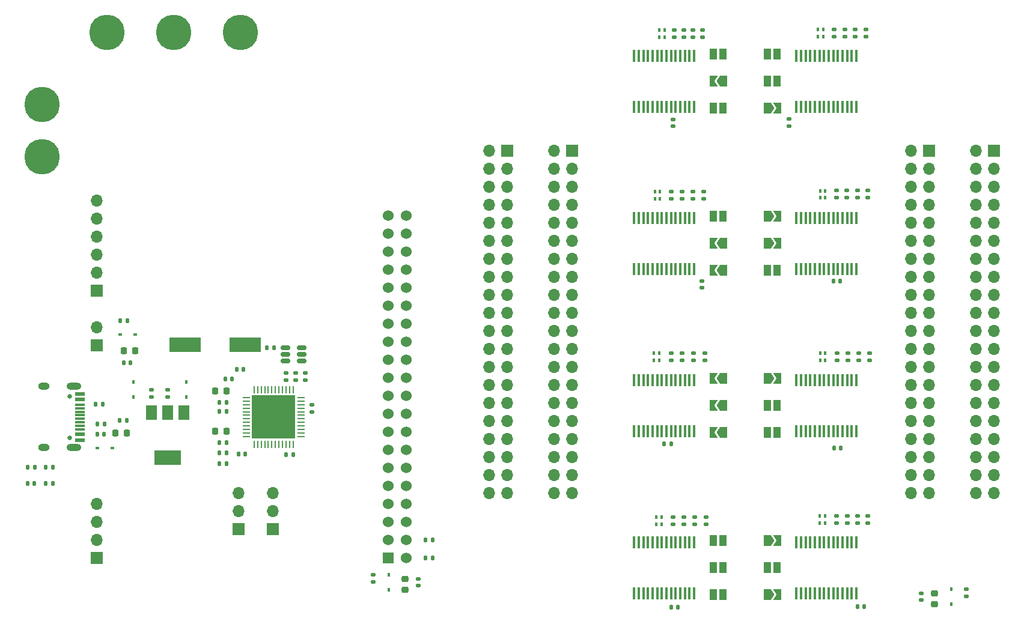
<source format=gts>
G04 #@! TF.GenerationSoftware,KiCad,Pcbnew,(6.0.7)*
G04 #@! TF.CreationDate,2023-05-24T13:20:34-04:00*
G04 #@! TF.ProjectId,ECELab_v1,4543454c-6162-45f7-9631-2e6b69636164,rev?*
G04 #@! TF.SameCoordinates,Original*
G04 #@! TF.FileFunction,Soldermask,Top*
G04 #@! TF.FilePolarity,Negative*
%FSLAX46Y46*%
G04 Gerber Fmt 4.6, Leading zero omitted, Abs format (unit mm)*
G04 Created by KiCad (PCBNEW (6.0.7)) date 2023-05-24 13:20:34*
%MOMM*%
%LPD*%
G01*
G04 APERTURE LIST*
G04 Aperture macros list*
%AMRoundRect*
0 Rectangle with rounded corners*
0 $1 Rounding radius*
0 $2 $3 $4 $5 $6 $7 $8 $9 X,Y pos of 4 corners*
0 Add a 4 corners polygon primitive as box body*
4,1,4,$2,$3,$4,$5,$6,$7,$8,$9,$2,$3,0*
0 Add four circle primitives for the rounded corners*
1,1,$1+$1,$2,$3*
1,1,$1+$1,$4,$5*
1,1,$1+$1,$6,$7*
1,1,$1+$1,$8,$9*
0 Add four rect primitives between the rounded corners*
20,1,$1+$1,$2,$3,$4,$5,0*
20,1,$1+$1,$4,$5,$6,$7,0*
20,1,$1+$1,$6,$7,$8,$9,0*
20,1,$1+$1,$8,$9,$2,$3,0*%
%AMFreePoly0*
4,1,6,1.000000,0.000000,0.500000,-0.750000,-0.500000,-0.750000,-0.500000,0.750000,0.500000,0.750000,1.000000,0.000000,1.000000,0.000000,$1*%
%AMFreePoly1*
4,1,6,0.500000,-0.750000,-0.650000,-0.750000,-0.150000,0.000000,-0.650000,0.750000,0.500000,0.750000,0.500000,-0.750000,0.500000,-0.750000,$1*%
G04 Aperture macros list end*
%ADD10R,1.000000X1.500000*%
%ADD11C,5.000000*%
%ADD12RoundRect,0.140000X-0.170000X0.140000X-0.170000X-0.140000X0.170000X-0.140000X0.170000X0.140000X0*%
%ADD13RoundRect,0.140000X0.170000X-0.140000X0.170000X0.140000X-0.170000X0.140000X-0.170000X-0.140000X0*%
%ADD14R,0.600000X0.450000*%
%ADD15RoundRect,0.135000X0.185000X-0.135000X0.185000X0.135000X-0.185000X0.135000X-0.185000X-0.135000X0*%
%ADD16RoundRect,0.140000X-0.140000X-0.170000X0.140000X-0.170000X0.140000X0.170000X-0.140000X0.170000X0*%
%ADD17R,0.400000X0.500000*%
%ADD18RoundRect,0.140000X0.140000X0.170000X-0.140000X0.170000X-0.140000X-0.170000X0.140000X-0.170000X0*%
%ADD19RoundRect,0.135000X-0.135000X-0.185000X0.135000X-0.185000X0.135000X0.185000X-0.135000X0.185000X0*%
%ADD20RoundRect,0.218750X0.256250X-0.218750X0.256250X0.218750X-0.256250X0.218750X-0.256250X-0.218750X0*%
%ADD21R,0.450000X1.750000*%
%ADD22FreePoly0,0.000000*%
%ADD23FreePoly1,0.000000*%
%ADD24R,1.700000X1.700000*%
%ADD25O,1.700000X1.700000*%
%ADD26RoundRect,0.135000X0.135000X0.185000X-0.135000X0.185000X-0.135000X-0.185000X0.135000X-0.185000X0*%
%ADD27RoundRect,0.218750X-0.218750X-0.256250X0.218750X-0.256250X0.218750X0.256250X-0.218750X0.256250X0*%
%ADD28RoundRect,0.135000X-0.185000X0.135000X-0.185000X-0.135000X0.185000X-0.135000X0.185000X0.135000X0*%
%ADD29FreePoly0,180.000000*%
%ADD30FreePoly1,180.000000*%
%ADD31R,1.524000X1.524000*%
%ADD32C,1.524000*%
%ADD33RoundRect,0.147500X-0.147500X-0.172500X0.147500X-0.172500X0.147500X0.172500X-0.147500X0.172500X0*%
%ADD34R,1.500000X2.000000*%
%ADD35R,3.800000X2.000000*%
%ADD36C,0.650000*%
%ADD37R,1.450000X0.600000*%
%ADD38R,1.450000X0.300000*%
%ADD39O,1.600000X1.000000*%
%ADD40O,2.100000X1.000000*%
%ADD41R,0.450000X0.600000*%
%ADD42RoundRect,0.062500X-0.412500X-0.062500X0.412500X-0.062500X0.412500X0.062500X-0.412500X0.062500X0*%
%ADD43RoundRect,0.062500X-0.062500X-0.412500X0.062500X-0.412500X0.062500X0.412500X-0.062500X0.412500X0*%
%ADD44R,6.200000X6.200000*%
%ADD45R,4.500000X2.000000*%
%ADD46RoundRect,0.150000X-0.512500X-0.150000X0.512500X-0.150000X0.512500X0.150000X-0.512500X0.150000X0*%
%ADD47RoundRect,0.218750X0.218750X0.256250X-0.218750X0.256250X-0.218750X-0.256250X0.218750X-0.256250X0*%
G04 APERTURE END LIST*
D10*
X203850000Y-77470000D03*
X202550000Y-77470000D03*
D11*
X107950000Y-84328000D03*
D12*
X143637000Y-114810600D03*
X143637000Y-115770600D03*
D13*
X125628400Y-118158200D03*
X125628400Y-117198200D03*
D12*
X154609800Y-143258700D03*
X154609800Y-144218700D03*
D14*
X121065000Y-109397800D03*
X118965000Y-109397800D03*
D15*
X224000000Y-67360000D03*
X224000000Y-66340000D03*
D16*
X118976200Y-107442000D03*
X119936200Y-107442000D03*
D10*
X203850000Y-92710000D03*
X202550000Y-92710000D03*
D17*
X217531200Y-135932800D03*
X218231200Y-135932800D03*
X218231200Y-134932800D03*
X217531200Y-134932800D03*
D18*
X136344600Y-114274600D03*
X135384600Y-114274600D03*
X119860000Y-121513600D03*
X118900000Y-121513600D03*
D10*
X210170000Y-123190000D03*
X211470000Y-123190000D03*
D19*
X132916200Y-126034800D03*
X133936200Y-126034800D03*
D20*
X233654600Y-147421700D03*
X233654600Y-145846700D03*
D16*
X133733600Y-115646200D03*
X134693600Y-115646200D03*
D21*
X191355000Y-77260000D03*
X192005000Y-77260000D03*
X192655000Y-77260000D03*
X193305000Y-77260000D03*
X193955000Y-77260000D03*
X194605000Y-77260000D03*
X195255000Y-77260000D03*
X195905000Y-77260000D03*
X196555000Y-77260000D03*
X197205000Y-77260000D03*
X197855000Y-77260000D03*
X198505000Y-77260000D03*
X199155000Y-77260000D03*
X199805000Y-77260000D03*
X199805000Y-70060000D03*
X199155000Y-70060000D03*
X198505000Y-70060000D03*
X197855000Y-70060000D03*
X197205000Y-70060000D03*
X196555000Y-70060000D03*
X195905000Y-70060000D03*
X195255000Y-70060000D03*
X194605000Y-70060000D03*
X193955000Y-70060000D03*
X193305000Y-70060000D03*
X192655000Y-70060000D03*
X192005000Y-70060000D03*
X191355000Y-70060000D03*
D15*
X221462600Y-113032000D03*
X221462600Y-112012000D03*
X199923400Y-136120600D03*
X199923400Y-135100600D03*
D22*
X210095000Y-115570000D03*
D23*
X211545000Y-115570000D03*
D24*
X140475000Y-136815000D03*
D25*
X140475000Y-134275000D03*
X140475000Y-131735000D03*
D10*
X210170000Y-119380000D03*
X211470000Y-119380000D03*
D24*
X242037000Y-83477000D03*
D25*
X239497000Y-83477000D03*
X242037000Y-86017000D03*
X239497000Y-86017000D03*
X242037000Y-88557000D03*
X239497000Y-88557000D03*
X242037000Y-91097000D03*
X239497000Y-91097000D03*
X242037000Y-93637000D03*
X239497000Y-93637000D03*
X242037000Y-96177000D03*
X239497000Y-96177000D03*
X242037000Y-98717000D03*
X239497000Y-98717000D03*
X242037000Y-101257000D03*
X239497000Y-101257000D03*
X242037000Y-103797000D03*
X239497000Y-103797000D03*
X242037000Y-106337000D03*
X239497000Y-106337000D03*
X242037000Y-108877000D03*
X239497000Y-108877000D03*
X242037000Y-111417000D03*
X239497000Y-111417000D03*
X242037000Y-113957000D03*
X239497000Y-113957000D03*
X242037000Y-116497000D03*
X239497000Y-116497000D03*
X242037000Y-119037000D03*
X239497000Y-119037000D03*
X242037000Y-121577000D03*
X239497000Y-121577000D03*
X242037000Y-124117000D03*
X239497000Y-124117000D03*
X242037000Y-126657000D03*
X239497000Y-126657000D03*
X242037000Y-129197000D03*
X239497000Y-129197000D03*
X242037000Y-131737000D03*
X239497000Y-131737000D03*
D24*
X232893000Y-83477000D03*
D25*
X230353000Y-83477000D03*
X232893000Y-86017000D03*
X230353000Y-86017000D03*
X232893000Y-88557000D03*
X230353000Y-88557000D03*
X232893000Y-91097000D03*
X230353000Y-91097000D03*
X232893000Y-93637000D03*
X230353000Y-93637000D03*
X232893000Y-96177000D03*
X230353000Y-96177000D03*
X232893000Y-98717000D03*
X230353000Y-98717000D03*
X232893000Y-101257000D03*
X230353000Y-101257000D03*
X232893000Y-103797000D03*
X230353000Y-103797000D03*
X232893000Y-106337000D03*
X230353000Y-106337000D03*
X232893000Y-108877000D03*
X230353000Y-108877000D03*
X232893000Y-111417000D03*
X230353000Y-111417000D03*
X232893000Y-113957000D03*
X230353000Y-113957000D03*
X232893000Y-116497000D03*
X230353000Y-116497000D03*
X232893000Y-119037000D03*
X230353000Y-119037000D03*
X232893000Y-121577000D03*
X230353000Y-121577000D03*
X232893000Y-124117000D03*
X230353000Y-124117000D03*
X232893000Y-126657000D03*
X230353000Y-126657000D03*
X232893000Y-129197000D03*
X230353000Y-129197000D03*
X232893000Y-131737000D03*
X230353000Y-131737000D03*
D24*
X182601000Y-83477000D03*
D25*
X180061000Y-83477000D03*
X182601000Y-86017000D03*
X180061000Y-86017000D03*
X182601000Y-88557000D03*
X180061000Y-88557000D03*
X182601000Y-91097000D03*
X180061000Y-91097000D03*
X182601000Y-93637000D03*
X180061000Y-93637000D03*
X182601000Y-96177000D03*
X180061000Y-96177000D03*
X182601000Y-98717000D03*
X180061000Y-98717000D03*
X182601000Y-101257000D03*
X180061000Y-101257000D03*
X182601000Y-103797000D03*
X180061000Y-103797000D03*
X182601000Y-106337000D03*
X180061000Y-106337000D03*
X182601000Y-108877000D03*
X180061000Y-108877000D03*
X182601000Y-111417000D03*
X180061000Y-111417000D03*
X182601000Y-113957000D03*
X180061000Y-113957000D03*
X182601000Y-116497000D03*
X180061000Y-116497000D03*
X182601000Y-119037000D03*
X180061000Y-119037000D03*
X182601000Y-121577000D03*
X180061000Y-121577000D03*
X182601000Y-124117000D03*
X180061000Y-124117000D03*
X182601000Y-126657000D03*
X180061000Y-126657000D03*
X182601000Y-129197000D03*
X180061000Y-129197000D03*
X182601000Y-131737000D03*
X180061000Y-131737000D03*
D24*
X173457000Y-83477000D03*
D25*
X170917000Y-83477000D03*
X173457000Y-86017000D03*
X170917000Y-86017000D03*
X173457000Y-88557000D03*
X170917000Y-88557000D03*
X173457000Y-91097000D03*
X170917000Y-91097000D03*
X173457000Y-93637000D03*
X170917000Y-93637000D03*
X173457000Y-96177000D03*
X170917000Y-96177000D03*
X173457000Y-98717000D03*
X170917000Y-98717000D03*
X173457000Y-101257000D03*
X170917000Y-101257000D03*
X173457000Y-103797000D03*
X170917000Y-103797000D03*
X173457000Y-106337000D03*
X170917000Y-106337000D03*
X173457000Y-108877000D03*
X170917000Y-108877000D03*
X173457000Y-111417000D03*
X170917000Y-111417000D03*
X173457000Y-113957000D03*
X170917000Y-113957000D03*
X173457000Y-116497000D03*
X170917000Y-116497000D03*
X173457000Y-119037000D03*
X170917000Y-119037000D03*
X173457000Y-121577000D03*
X170917000Y-121577000D03*
X173457000Y-124117000D03*
X170917000Y-124117000D03*
X173457000Y-126657000D03*
X170917000Y-126657000D03*
X173457000Y-129197000D03*
X170917000Y-129197000D03*
X173457000Y-131737000D03*
X170917000Y-131737000D03*
D11*
X135864600Y-66751200D03*
D10*
X210170000Y-69850000D03*
X211470000Y-69850000D03*
D26*
X116715000Y-122021600D03*
X115695000Y-122021600D03*
D17*
X194925000Y-67475000D03*
X195625000Y-67475000D03*
X195625000Y-66475000D03*
X194925000Y-66475000D03*
D27*
X118287700Y-123215400D03*
X119862700Y-123215400D03*
D21*
X191355000Y-122980000D03*
X192005000Y-122980000D03*
X192655000Y-122980000D03*
X193305000Y-122980000D03*
X193955000Y-122980000D03*
X194605000Y-122980000D03*
X195255000Y-122980000D03*
X195905000Y-122980000D03*
X196555000Y-122980000D03*
X197205000Y-122980000D03*
X197855000Y-122980000D03*
X198505000Y-122980000D03*
X199155000Y-122980000D03*
X199805000Y-122980000D03*
X199805000Y-115780000D03*
X199155000Y-115780000D03*
X198505000Y-115780000D03*
X197855000Y-115780000D03*
X197205000Y-115780000D03*
X196555000Y-115780000D03*
X195905000Y-115780000D03*
X195255000Y-115780000D03*
X194605000Y-115780000D03*
X193955000Y-115780000D03*
X193305000Y-115780000D03*
X192655000Y-115780000D03*
X192005000Y-115780000D03*
X191355000Y-115780000D03*
D15*
X221361000Y-135942800D03*
X221361000Y-134922800D03*
X222961200Y-113032000D03*
X222961200Y-112012000D03*
D24*
X115671600Y-110891400D03*
D25*
X115671600Y-108351400D03*
D22*
X210095000Y-92710000D03*
D23*
X211545000Y-92710000D03*
D28*
X196550800Y-111978600D03*
X196550800Y-112998600D03*
D22*
X210095000Y-96520000D03*
D23*
X211545000Y-96520000D03*
D18*
X133908200Y-124637800D03*
X132948200Y-124637800D03*
D16*
X135620000Y-126250000D03*
X136580000Y-126250000D03*
D15*
X198125600Y-112998600D03*
X198125600Y-111978600D03*
D10*
X210170000Y-73660000D03*
X211470000Y-73660000D03*
D29*
X203925000Y-115570000D03*
D30*
X202475000Y-115570000D03*
D21*
X214215000Y-145840000D03*
X214865000Y-145840000D03*
X215515000Y-145840000D03*
X216165000Y-145840000D03*
X216815000Y-145840000D03*
X217465000Y-145840000D03*
X218115000Y-145840000D03*
X218765000Y-145840000D03*
X219415000Y-145840000D03*
X220065000Y-145840000D03*
X220715000Y-145840000D03*
X221365000Y-145840000D03*
X222015000Y-145840000D03*
X222665000Y-145840000D03*
X222665000Y-138640000D03*
X222015000Y-138640000D03*
X221365000Y-138640000D03*
X220715000Y-138640000D03*
X220065000Y-138640000D03*
X219415000Y-138640000D03*
X218765000Y-138640000D03*
X218115000Y-138640000D03*
X217465000Y-138640000D03*
X216815000Y-138640000D03*
X216165000Y-138640000D03*
X215515000Y-138640000D03*
X214865000Y-138640000D03*
X214215000Y-138640000D03*
D17*
X217582000Y-113022000D03*
X218282000Y-113022000D03*
X218282000Y-112022000D03*
X217582000Y-112022000D03*
D15*
X201472800Y-136120600D03*
X201472800Y-135100600D03*
D11*
X117119400Y-66751200D03*
D28*
X219938600Y-112012000D03*
X219938600Y-113032000D03*
D10*
X210170000Y-142240000D03*
X211470000Y-142240000D03*
D16*
X161978400Y-138303000D03*
X162938400Y-138303000D03*
D17*
X217275000Y-67350000D03*
X217975000Y-67350000D03*
X217975000Y-66350000D03*
X217275000Y-66350000D03*
D31*
X156732400Y-140860800D03*
D32*
X159272400Y-140860800D03*
X156732400Y-138320800D03*
X159272400Y-138320800D03*
X156732400Y-135780800D03*
X159272400Y-135780800D03*
X156732400Y-133240800D03*
X159272400Y-133240800D03*
X156732400Y-130700800D03*
X159272400Y-130700800D03*
X156732400Y-128160800D03*
X159272400Y-128160800D03*
X156732400Y-125620800D03*
X159272400Y-125620800D03*
X156732400Y-123080800D03*
X159272400Y-123080800D03*
X156732400Y-120540800D03*
X159272400Y-120540800D03*
X156732400Y-118000800D03*
X159272400Y-118000800D03*
X156732400Y-115460800D03*
X159272400Y-115460800D03*
X156732400Y-112920800D03*
X159272400Y-112920800D03*
X156732400Y-110380800D03*
X159272400Y-110380800D03*
X156732400Y-107840800D03*
X159272400Y-107840800D03*
X156732400Y-105300800D03*
X159272400Y-105300800D03*
X156732400Y-102760800D03*
X159272400Y-102760800D03*
X156732400Y-100220800D03*
X159272400Y-100220800D03*
X156732400Y-97680800D03*
X159272400Y-97680800D03*
X156732400Y-95140800D03*
X159272400Y-95140800D03*
X156732400Y-92600800D03*
X159272400Y-92600800D03*
D33*
X105913200Y-128092200D03*
X106883200Y-128092200D03*
D34*
X127928400Y-120421000D03*
X125628400Y-120421000D03*
D35*
X125628400Y-126721000D03*
D34*
X123328400Y-120421000D03*
D15*
X198350000Y-67485000D03*
X198350000Y-66465000D03*
D10*
X203850000Y-138430000D03*
X202550000Y-138430000D03*
D27*
X132335900Y-117322600D03*
X133910900Y-117322600D03*
D12*
X200925000Y-101845000D03*
X200925000Y-102805000D03*
D14*
X117839200Y-125349000D03*
X115739200Y-125349000D03*
D16*
X119458800Y-113360200D03*
X120418800Y-113360200D03*
D28*
X219550000Y-66340000D03*
X219550000Y-67360000D03*
X145973800Y-119251000D03*
X145973800Y-120271000D03*
D12*
X231800400Y-145849400D03*
X231800400Y-146809400D03*
D22*
X210095000Y-77470000D03*
D23*
X211545000Y-77470000D03*
D19*
X132890800Y-127609600D03*
X133910800Y-127609600D03*
D18*
X197505000Y-147775000D03*
X196545000Y-147775000D03*
D36*
X111869600Y-123895600D03*
X111869600Y-118115600D03*
D37*
X113314600Y-117755600D03*
X113314600Y-118555600D03*
D38*
X113314600Y-119755600D03*
X113314600Y-120755600D03*
X113314600Y-121255600D03*
X113314600Y-122255600D03*
D37*
X113314600Y-123455600D03*
X113314600Y-124255600D03*
X113314600Y-124255600D03*
X113314600Y-123455600D03*
D38*
X113314600Y-122755600D03*
X113314600Y-121755600D03*
X113314600Y-120255600D03*
X113314600Y-119255600D03*
D37*
X113314600Y-118555600D03*
X113314600Y-117755600D03*
D39*
X108219600Y-125325600D03*
X108219600Y-116685600D03*
D40*
X112399600Y-116685600D03*
X112399600Y-125325600D03*
D15*
X201300600Y-112998600D03*
X201300600Y-111978600D03*
D10*
X203850000Y-69850000D03*
X202550000Y-69850000D03*
D21*
X214215000Y-100120000D03*
X214865000Y-100120000D03*
X215515000Y-100120000D03*
X216165000Y-100120000D03*
X216815000Y-100120000D03*
X217465000Y-100120000D03*
X218115000Y-100120000D03*
X218765000Y-100120000D03*
X219415000Y-100120000D03*
X220065000Y-100120000D03*
X220715000Y-100120000D03*
X221365000Y-100120000D03*
X222015000Y-100120000D03*
X222665000Y-100120000D03*
X222665000Y-92920000D03*
X222015000Y-92920000D03*
X221365000Y-92920000D03*
X220715000Y-92920000D03*
X220065000Y-92920000D03*
X219415000Y-92920000D03*
X218765000Y-92920000D03*
X218115000Y-92920000D03*
X217465000Y-92920000D03*
X216815000Y-92920000D03*
X216165000Y-92920000D03*
X215515000Y-92920000D03*
X214865000Y-92920000D03*
X214215000Y-92920000D03*
D41*
X156750800Y-145377000D03*
X156750800Y-143277000D03*
D16*
X161978400Y-140843000D03*
X162938400Y-140843000D03*
D42*
X136688600Y-118255600D03*
X136688600Y-118755600D03*
X136688600Y-119255600D03*
X136688600Y-119755600D03*
X136688600Y-120255600D03*
X136688600Y-120755600D03*
X136688600Y-121255600D03*
X136688600Y-121755600D03*
X136688600Y-122255600D03*
X136688600Y-122755600D03*
X136688600Y-123255600D03*
X136688600Y-123755600D03*
D43*
X137813600Y-124880600D03*
X138313600Y-124880600D03*
X138813600Y-124880600D03*
X139313600Y-124880600D03*
X139813600Y-124880600D03*
X140313600Y-124880600D03*
X140813600Y-124880600D03*
X141313600Y-124880600D03*
X141813600Y-124880600D03*
X142313600Y-124880600D03*
X142813600Y-124880600D03*
X143313600Y-124880600D03*
D42*
X144438600Y-123755600D03*
X144438600Y-123255600D03*
X144438600Y-122755600D03*
X144438600Y-122255600D03*
X144438600Y-121755600D03*
X144438600Y-121255600D03*
X144438600Y-120755600D03*
X144438600Y-120255600D03*
X144438600Y-119755600D03*
X144438600Y-119255600D03*
X144438600Y-118755600D03*
X144438600Y-118255600D03*
D43*
X143313600Y-117130600D03*
X142813600Y-117130600D03*
X142313600Y-117130600D03*
X141813600Y-117130600D03*
X141313600Y-117130600D03*
X140813600Y-117130600D03*
X140313600Y-117130600D03*
X139813600Y-117130600D03*
X139313600Y-117130600D03*
X138813600Y-117130600D03*
X138313600Y-117130600D03*
X137813600Y-117130600D03*
D44*
X140563600Y-121005600D03*
D18*
X133908200Y-118897400D03*
X132948200Y-118897400D03*
D21*
X191355000Y-145840000D03*
X192005000Y-145840000D03*
X192655000Y-145840000D03*
X193305000Y-145840000D03*
X193955000Y-145840000D03*
X194605000Y-145840000D03*
X195255000Y-145840000D03*
X195905000Y-145840000D03*
X196555000Y-145840000D03*
X197205000Y-145840000D03*
X197855000Y-145840000D03*
X198505000Y-145840000D03*
X199155000Y-145840000D03*
X199805000Y-145840000D03*
X199805000Y-138640000D03*
X199155000Y-138640000D03*
X198505000Y-138640000D03*
X197855000Y-138640000D03*
X197205000Y-138640000D03*
X196555000Y-138640000D03*
X195905000Y-138640000D03*
X195255000Y-138640000D03*
X194605000Y-138640000D03*
X193955000Y-138640000D03*
X193305000Y-138640000D03*
X192655000Y-138640000D03*
X192005000Y-138640000D03*
X191355000Y-138640000D03*
D45*
X136550000Y-110800000D03*
X128050000Y-110800000D03*
D22*
X210095000Y-146050000D03*
D23*
X211545000Y-146050000D03*
D22*
X210095000Y-138430000D03*
D23*
X211545000Y-138430000D03*
D11*
X126517400Y-66751200D03*
D13*
X142316200Y-115770600D03*
X142316200Y-114810600D03*
D15*
X224307400Y-135942800D03*
X224307400Y-134922800D03*
X222808800Y-135942800D03*
X222808800Y-134922800D03*
D24*
X115627000Y-140909200D03*
D25*
X115627000Y-138369200D03*
X115627000Y-135829200D03*
X115627000Y-133289200D03*
D15*
X199650000Y-90260000D03*
X199650000Y-89240000D03*
D13*
X213200000Y-79955000D03*
X213200000Y-78995000D03*
D29*
X203925000Y-119380000D03*
D30*
X202475000Y-119380000D03*
D21*
X191355000Y-100120000D03*
X192005000Y-100120000D03*
X192655000Y-100120000D03*
X193305000Y-100120000D03*
X193955000Y-100120000D03*
X194605000Y-100120000D03*
X195255000Y-100120000D03*
X195905000Y-100120000D03*
X196555000Y-100120000D03*
X197205000Y-100120000D03*
X197855000Y-100120000D03*
X198505000Y-100120000D03*
X199155000Y-100120000D03*
X199805000Y-100120000D03*
X199805000Y-92920000D03*
X199155000Y-92920000D03*
X198505000Y-92920000D03*
X197855000Y-92920000D03*
X197205000Y-92920000D03*
X196555000Y-92920000D03*
X195905000Y-92920000D03*
X195255000Y-92920000D03*
X194605000Y-92920000D03*
X193955000Y-92920000D03*
X193305000Y-92920000D03*
X192655000Y-92920000D03*
X192005000Y-92920000D03*
X191355000Y-92920000D03*
D41*
X128219200Y-116069400D03*
X128219200Y-118169400D03*
D13*
X123342400Y-118158200D03*
X123342400Y-117198200D03*
D18*
X143304200Y-126288800D03*
X142344200Y-126288800D03*
D29*
X203925000Y-123190000D03*
D30*
X202475000Y-123190000D03*
D15*
X198399400Y-136120600D03*
X198399400Y-135100600D03*
D46*
X142212500Y-111225000D03*
X142212500Y-112175000D03*
X142212500Y-113125000D03*
X144487500Y-113125000D03*
X144487500Y-112175000D03*
X144487500Y-111225000D03*
D21*
X214215000Y-122980000D03*
X214865000Y-122980000D03*
X215515000Y-122980000D03*
X216165000Y-122980000D03*
X216815000Y-122980000D03*
X217465000Y-122980000D03*
X218115000Y-122980000D03*
X218765000Y-122980000D03*
X219415000Y-122980000D03*
X220065000Y-122980000D03*
X220715000Y-122980000D03*
X221365000Y-122980000D03*
X222015000Y-122980000D03*
X222665000Y-122980000D03*
X222665000Y-115780000D03*
X222015000Y-115780000D03*
X221365000Y-115780000D03*
X220715000Y-115780000D03*
X220065000Y-115780000D03*
X219415000Y-115780000D03*
X218765000Y-115780000D03*
X218115000Y-115780000D03*
X217465000Y-115780000D03*
X216815000Y-115780000D03*
X216165000Y-115780000D03*
X215515000Y-115780000D03*
X214865000Y-115780000D03*
X214215000Y-115780000D03*
D12*
X144983200Y-114810600D03*
X144983200Y-115770600D03*
X238125000Y-145290600D03*
X238125000Y-146250600D03*
D15*
X201175000Y-90260000D03*
X201175000Y-89240000D03*
D47*
X121056500Y-111683800D03*
X119481500Y-111683800D03*
D15*
X221025000Y-67360000D03*
X221025000Y-66340000D03*
D18*
X220380000Y-101850000D03*
X219420000Y-101850000D03*
D16*
X115725000Y-123444000D03*
X116685000Y-123444000D03*
D20*
X159080200Y-145389800D03*
X159080200Y-143814800D03*
D27*
X132333900Y-122961400D03*
X133908900Y-122961400D03*
D26*
X133938200Y-120243600D03*
X132918200Y-120243600D03*
D15*
X221350000Y-90110000D03*
X221350000Y-89090000D03*
X198100000Y-90260000D03*
X198100000Y-89240000D03*
X224300000Y-90110000D03*
X224300000Y-89090000D03*
D17*
X194168800Y-112988600D03*
X194868800Y-112988600D03*
X194868800Y-111988600D03*
X194168800Y-111988600D03*
D26*
X109466500Y-130352800D03*
X108446500Y-130352800D03*
D18*
X223780000Y-147725000D03*
X222820000Y-147725000D03*
D10*
X210170000Y-100330000D03*
X211470000Y-100330000D03*
D16*
X195595000Y-124775000D03*
X196555000Y-124775000D03*
D24*
X135636000Y-136840000D03*
D25*
X135636000Y-134300000D03*
X135636000Y-131760000D03*
D26*
X109476000Y-128092200D03*
X108456000Y-128092200D03*
D29*
X203925000Y-73660000D03*
D30*
X202475000Y-73660000D03*
D24*
X115677800Y-103174800D03*
D25*
X115677800Y-100634800D03*
X115677800Y-98094800D03*
X115677800Y-95554800D03*
X115677800Y-93014800D03*
X115677800Y-90474800D03*
D15*
X200975000Y-67485000D03*
X200975000Y-66465000D03*
D41*
X236016800Y-147404800D03*
X236016800Y-145304800D03*
D28*
X219862400Y-134922800D03*
X219862400Y-135942800D03*
D17*
X194300000Y-90250000D03*
X195000000Y-90250000D03*
X195000000Y-89250000D03*
X194300000Y-89250000D03*
D41*
X120827800Y-118169400D03*
X120827800Y-116069400D03*
D28*
X197050000Y-66465000D03*
X197050000Y-67485000D03*
D15*
X199675000Y-67485000D03*
X199675000Y-66465000D03*
D17*
X194493400Y-136110600D03*
X195193400Y-136110600D03*
X195193400Y-135110600D03*
X194493400Y-135110600D03*
D28*
X196625000Y-89240000D03*
X196625000Y-90260000D03*
D15*
X222500000Y-67360000D03*
X222500000Y-66340000D03*
D28*
X196850000Y-135100600D03*
X196850000Y-136120600D03*
D13*
X196825000Y-80005000D03*
X196825000Y-79045000D03*
D29*
X203925000Y-100330000D03*
D30*
X202475000Y-100330000D03*
D10*
X203850000Y-146050000D03*
X202550000Y-146050000D03*
D15*
X224485200Y-113032000D03*
X224485200Y-112012000D03*
D19*
X115491800Y-119151400D03*
X116511800Y-119151400D03*
D15*
X222825000Y-90110000D03*
X222825000Y-89090000D03*
D26*
X140660000Y-111225000D03*
X139640000Y-111225000D03*
D33*
X105906100Y-130352800D03*
X106876100Y-130352800D03*
D11*
X107950000Y-76962000D03*
D17*
X217575000Y-90100000D03*
X218275000Y-90100000D03*
X218275000Y-89100000D03*
X217575000Y-89100000D03*
D28*
X219900000Y-89090000D03*
X219900000Y-90110000D03*
D15*
X199700400Y-112998600D03*
X199700400Y-111978600D03*
D10*
X203850000Y-142240000D03*
X202550000Y-142240000D03*
D12*
X160934400Y-143817500D03*
X160934400Y-144777500D03*
D21*
X214215000Y-77260000D03*
X214865000Y-77260000D03*
X215515000Y-77260000D03*
X216165000Y-77260000D03*
X216815000Y-77260000D03*
X217465000Y-77260000D03*
X218115000Y-77260000D03*
X218765000Y-77260000D03*
X219415000Y-77260000D03*
X220065000Y-77260000D03*
X220715000Y-77260000D03*
X221365000Y-77260000D03*
X222015000Y-77260000D03*
X222665000Y-77260000D03*
X222665000Y-70060000D03*
X222015000Y-70060000D03*
X221365000Y-70060000D03*
X220715000Y-70060000D03*
X220065000Y-70060000D03*
X219415000Y-70060000D03*
X218765000Y-70060000D03*
X218115000Y-70060000D03*
X217465000Y-70060000D03*
X216815000Y-70060000D03*
X216165000Y-70060000D03*
X215515000Y-70060000D03*
X214865000Y-70060000D03*
X214215000Y-70060000D03*
D29*
X203925000Y-96520000D03*
D30*
X202475000Y-96520000D03*
D18*
X220480000Y-125375000D03*
X219520000Y-125375000D03*
M02*

</source>
